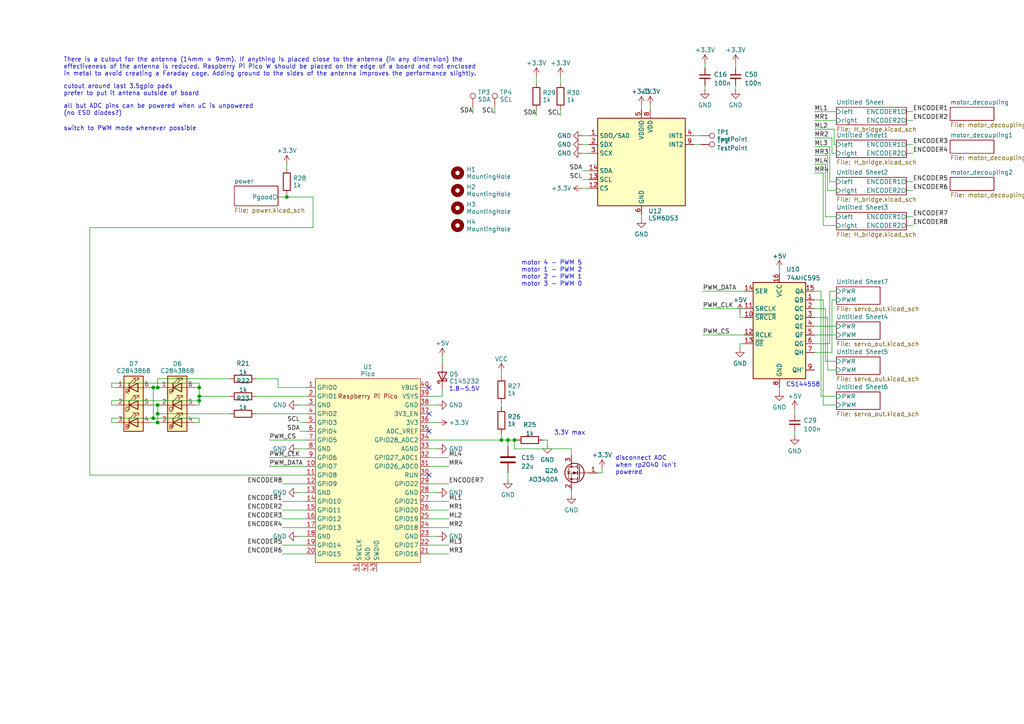
<source format=kicad_sch>
(kicad_sch (version 20230121) (generator eeschema)
  (paper "A4")
  (lib_symbols
    (symbol "74xx:74AHC595"
      (property "Reference" "U" (at -7.62 13.97 0))
      (property "Value" "74AHC595" (at -7.62 -16.51 0))
      (symbol "74AHC595_1_0"
        (pin tri_state line (at 10.16 7.62 180) (length 2.54) (name "QB") (number "1"))
        (pin input line (at -10.16 2.54 0) (length 2.54) (name "~{SRCLR}") (number "10"))
        (pin input line (at -10.16 5.08 0) (length 2.54) (name "SRCLK") (number "11"))
        (pin input line (at -10.16 -2.54 0) (length 2.54) (name "RCLK") (number "12"))
        (pin input line (at -10.16 -5.08 0) (length 2.54) (name "~{OE}") (number "13"))
        (pin input line (at -10.16 10.16 0) (length 2.54) (name "SER") (number "14"))
        (pin tri_state line (at 10.16 10.16 180) (length 2.54) (name "QA") (number "15"))
        (pin power_in line (at 0 15.24 270) (length 2.54) (name "VCC") (number "16"))
        (pin tri_state line (at 10.16 5.08 180) (length 2.54) (name "QC") (number "2"))
        (pin tri_state line (at 10.16 2.54 180) (length 2.54) (name "QD") (number "3"))
        (pin tri_state line (at 10.16 0 180) (length 2.54) (name "QE") (number "4"))
        (pin tri_state line (at 10.16 -2.54 180) (length 2.54) (name "QF") (number "5"))
        (pin tri_state line (at 10.16 -5.08 180) (length 2.54) (name "QG") (number "6"))
        (pin tri_state line (at 10.16 -7.62 180) (length 2.54) (name "QH") (number "7"))
        (pin power_in line (at 0 -17.78 90) (length 2.54) (name "GND") (number "8"))
        (pin output line (at 10.16 -12.7 180) (length 2.54) (name "QH'") (number "9"))
      )
      (symbol "74AHC595_1_1"
        (rectangle (start -7.62 12.7) (end 7.62 -15.24) (stroke (width 0.254)) (fill (type background)))
      )
    )
    (symbol "Connector:TestPoint" (pin_numbers hide) (pin_names (offset 0.762) hide)
      (property "Reference" "TP" (at 0 6.858 0))
      (property "Value" "TestPoint" (at 0 5.08 0))
      (symbol "TestPoint_0_1"
        (circle (center 0 3.302) (radius 0.762))
      )
      (symbol "TestPoint_1_1"
        (pin passive line (at 0 0 90) (length 2.54) (name "1") (number "1"))
      )
    )
    (symbol "Device:C" (pin_numbers hide) (pin_names (offset 0.254))
      (property "Reference" "C" (at 0.635 2.54 0))
      (property "Value" "C" (at 0.635 -2.54 0))
      (symbol "C_0_1"
        (polyline (pts (xy -2.032 -0.762) (xy 2.032 -0.762)) (stroke (width 0.508)))
        (polyline (pts (xy -2.032 0.762) (xy 2.032 0.762)) (stroke (width 0.508)))
      )
      (symbol "C_1_1"
        (pin passive line (at 0 3.81 270) (length 2.794) (name "~") (number "1"))
        (pin passive line (at 0 -3.81 90) (length 2.794) (name "~") (number "2"))
      )
    )
    (symbol "Device:C_Small" (pin_numbers hide) (pin_names (offset 0.254) hide)
      (property "Reference" "C" (at 0.254 1.778 0))
      (property "Value" "C_Small" (at 0.254 -2.032 0))
      (symbol "C_Small_0_1"
        (polyline (pts (xy -1.524 -0.508) (xy 1.524 -0.508)) (stroke (width 0.3302)))
        (polyline (pts (xy -1.524 0.508) (xy 1.524 0.508)) (stroke (width 0.3048)))
      )
      (symbol "C_Small_1_1"
        (pin passive line (at 0 2.54 270) (length 2.032) (name "~") (number "1"))
        (pin passive line (at 0 -2.54 90) (length 2.032) (name "~") (number "2"))
      )
    )
    (symbol "Device:D_Schottky" (pin_numbers hide) (pin_names (offset 1.016) hide)
      (property "Reference" "D" (at 0 2.54 0))
      (property "Value" "D_Schottky" (at 0 -2.54 0))
      (symbol "D_Schottky_0_1"
        (polyline (pts (xy 1.27 0) (xy -1.27 0)))
        (polyline (pts (xy 1.27 1.27) (xy 1.27 -1.27) (xy -1.27 0) (xy 1.27 1.27)) (stroke (width 0.254)))
        (polyline (pts (xy -1.905 0.635) (xy -1.905 1.27) (xy -1.27 1.27) (xy -1.27 -1.27) (xy -0.635 -1.27) (xy -0.635 -0.635)) (stroke (width 0.254)))
      )
      (symbol "D_Schottky_1_1"
        (pin passive line (at -3.81 0 0) (length 2.54) (name "K") (number "1"))
        (pin passive line (at 3.81 0 180) (length 2.54) (name "A") (number "2"))
      )
    )
    (symbol "Device:LED_RGB" (pin_names (offset 0) hide)
      (property "Reference" "D" (at 0 9.398 0))
      (property "Value" "LED_RGB" (at 0 -8.89 0))
      (symbol "LED_RGB_0_0"
        (text "B" (at -1.905 -6.35 0) (effects (font (size 1.27 1.27))))
        (text "G" (at -1.905 -1.27 0) (effects (font (size 1.27 1.27))))
        (text "R" (at -1.905 3.81 0) (effects (font (size 1.27 1.27))))
      )
      (symbol "LED_RGB_0_1"
        (polyline (pts (xy -1.27 -5.08) (xy -2.54 -5.08)))
        (polyline (pts (xy -1.27 -5.08) (xy 1.27 -5.08)))
        (polyline (pts (xy -1.27 -3.81) (xy -1.27 -6.35)) (stroke (width 0.254)))
        (polyline (pts (xy -1.27 0) (xy -2.54 0)))
        (polyline (pts (xy -1.27 1.27) (xy -1.27 -1.27)) (stroke (width 0.254)))
        (polyline (pts (xy -1.27 5.08) (xy -2.54 5.08)))
        (polyline (pts (xy -1.27 5.08) (xy 1.27 5.08)))
        (polyline (pts (xy -1.27 6.35) (xy -1.27 3.81)) (stroke (width 0.254)))
        (polyline (pts (xy 1.27 -5.08) (xy 2.54 -5.08)))
        (polyline (pts (xy 1.27 0) (xy -1.27 0)))
        (polyline (pts (xy 1.27 0) (xy 2.54 0)))
        (polyline (pts (xy 1.27 5.08) (xy 2.54 5.08)))
        (polyline (pts (xy -1.27 1.27) (xy -1.27 -1.27) (xy -1.27 -1.27)))
        (polyline (pts (xy -1.27 6.35) (xy -1.27 3.81) (xy -1.27 3.81)))
        (polyline (pts (xy 1.27 -3.81) (xy 1.27 -6.35) (xy -1.27 -5.08) (xy 1.27 -3.81)) (stroke (width 0.254)))
        (polyline (pts (xy 1.27 1.27) (xy 1.27 -1.27) (xy -1.27 0) (xy 1.27 1.27)) (stroke (width 0.254)))
        (polyline (pts (xy 1.27 6.35) (xy 1.27 3.81) (xy -1.27 5.08) (xy 1.27 6.35)) (stroke (width 0.254)))
        (polyline (pts (xy -1.016 -3.81) (xy 0.508 -2.286) (xy -0.254 -2.286) (xy 0.508 -2.286) (xy 0.508 -3.048)))
        (polyline (pts (xy -1.016 1.27) (xy 0.508 2.794) (xy -0.254 2.794) (xy 0.508 2.794) (xy 0.508 2.032)))
        (polyline (pts (xy -1.016 6.35) (xy 0.508 7.874) (xy -0.254 7.874) (xy 0.508 7.874) (xy 0.508 7.112)))
        (polyline (pts (xy 0 -3.81) (xy 1.524 -2.286) (xy 0.762 -2.286) (xy 1.524 -2.286) (xy 1.524 -3.048)))
        (polyline (pts (xy 0 1.27) (xy 1.524 2.794) (xy 0.762 2.794) (xy 1.524 2.794) (xy 1.524 2.032)))
        (polyline (pts (xy 0 6.35) (xy 1.524 7.874) (xy 0.762 7.874) (xy 1.524 7.874) (xy 1.524 7.112)))
        (rectangle (start 1.27 -1.27) (end 1.27 1.27))
        (rectangle (start 1.27 1.27) (end 1.27 1.27))
        (rectangle (start 1.27 3.81) (end 1.27 6.35))
        (rectangle (start 1.27 6.35) (end 1.27 6.35))
        (rectangle (start 2.794 8.382) (end -2.794 -7.62) (stroke (width 0.254)) (fill (type background)))
      )
      (symbol "LED_RGB_1_1"
        (pin passive line (at -5.08 5.08 0) (length 2.54) (name "RK") (number "1"))
        (pin passive line (at -5.08 0 0) (length 2.54) (name "GK") (number "2"))
        (pin passive line (at -5.08 -5.08 0) (length 2.54) (name "BK") (number "3"))
        (pin passive line (at 5.08 -5.08 180) (length 2.54) (name "BA") (number "4"))
        (pin passive line (at 5.08 0 180) (length 2.54) (name "GA") (number "5"))
        (pin passive line (at 5.08 5.08 180) (length 2.54) (name "RA") (number "6"))
      )
    )
    (symbol "Device:R" (pin_numbers hide) (pin_names (offset 0))
      (property "Reference" "R" (at 2.032 0 90))
      (property "Value" "R" (at 0 0 90))
      (symbol "R_0_1"
        (rectangle (start -1.016 -2.54) (end 1.016 2.54) (stroke (width 0.254)))
      )
      (symbol "R_1_1"
        (pin passive line (at 0 3.81 270) (length 1.27) (name "~") (number "1"))
        (pin passive line (at 0 -3.81 90) (length 1.27) (name "~") (number "2"))
      )
    )
    (symbol "MCU_RaspberryPi_and_Boards:Pico"
      (property "Reference" "U" (at -13.97 27.94 0))
      (property "Value" "Pico" (at 0 19.05 0))
      (symbol "Pico_0_0"
        (text "Raspberry Pi Pico" (at 0 21.59 0) (effects (font (size 1.27 1.27))))
      )
      (symbol "Pico_0_1"
        (rectangle (start -15.24 26.67) (end 15.24 -26.67) (fill (type background)))
      )
      (symbol "Pico_1_1"
        (pin bidirectional line (at -17.78 24.13 0) (length 2.54) (name "GPIO0") (number "1"))
        (pin bidirectional line (at -17.78 1.27 0) (length 2.54) (name "GPIO7") (number "10"))
        (pin bidirectional line (at -17.78 -1.27 0) (length 2.54) (name "GPIO8") (number "11"))
        (pin bidirectional line (at -17.78 -3.81 0) (length 2.54) (name "GPIO9") (number "12"))
        (pin power_in line (at -17.78 -6.35 0) (length 2.54) (name "GND") (number "13"))
        (pin bidirectional line (at -17.78 -8.89 0) (length 2.54) (name "GPIO10") (number "14"))
        (pin bidirectional line (at -17.78 -11.43 0) (length 2.54) (name "GPIO11") (number "15"))
        (pin bidirectional line (at -17.78 -13.97 0) (length 2.54) (name "GPIO12") (number "16"))
        (pin bidirectional line (at -17.78 -16.51 0) (length 2.54) (name "GPIO13") (number "17"))
        (pin power_in line (at -17.78 -19.05 0) (length 2.54) (name "GND") (number "18"))
        (pin bidirectional line (at -17.78 -21.59 0) (length 2.54) (name "GPIO14") (number "19"))
        (pin bidirectional line (at -17.78 21.59 0) (length 2.54) (name "GPIO1") (number "2"))
        (pin bidirectional line (at -17.78 -24.13 0) (length 2.54) (name "GPIO15") (number "20"))
        (pin bidirectional line (at 17.78 -24.13 180) (length 2.54) (name "GPIO16") (number "21"))
        (pin bidirectional line (at 17.78 -21.59 180) (length 2.54) (name "GPIO17") (number "22"))
        (pin power_in line (at 17.78 -19.05 180) (length 2.54) (name "GND") (number "23"))
        (pin bidirectional line (at 17.78 -16.51 180) (length 2.54) (name "GPIO18") (number "24"))
        (pin bidirectional line (at 17.78 -13.97 180) (length 2.54) (name "GPIO19") (number "25"))
        (pin bidirectional line (at 17.78 -11.43 180) (length 2.54) (name "GPIO20") (number "26"))
        (pin bidirectional line (at 17.78 -8.89 180) (length 2.54) (name "GPIO21") (number "27"))
        (pin power_in line (at 17.78 -6.35 180) (length 2.54) (name "GND") (number "28"))
        (pin bidirectional line (at 17.78 -3.81 180) (length 2.54) (name "GPIO22") (number "29"))
        (pin power_in line (at -17.78 19.05 0) (length 2.54) (name "GND") (number "3"))
        (pin input line (at 17.78 -1.27 180) (length 2.54) (name "RUN") (number "30"))
        (pin bidirectional line (at 17.78 1.27 180) (length 2.54) (name "GPIO26_ADC0") (number "31"))
        (pin bidirectional line (at 17.78 3.81 180) (length 2.54) (name "GPIO27_ADC1") (number "32"))
        (pin power_in line (at 17.78 6.35 180) (length 2.54) (name "AGND") (number "33"))
        (pin bidirectional line (at 17.78 8.89 180) (length 2.54) (name "GPIO28_ADC2") (number "34"))
        (pin power_in line (at 17.78 11.43 180) (length 2.54) (name "ADC_VREF") (number "35"))
        (pin power_in line (at 17.78 13.97 180) (length 2.54) (name "3V3") (number "36"))
        (pin input line (at 17.78 16.51 180) (length 2.54) (name "3V3_EN") (number "37"))
        (pin bidirectional line (at 17.78 19.05 180) (length 2.54) (name "GND") (number "38"))
        (pin power_in line (at 17.78 21.59 180) (length 2.54) (name "VSYS") (number "39"))
        (pin bidirectional line (at -17.78 16.51 0) (length 2.54) (name "GPIO2") (number "4"))
        (pin power_in line (at 17.78 24.13 180) (length 2.54) (name "VBUS") (number "40"))
        (pin input line (at -2.54 -29.21 90) (length 2.54) (name "SWCLK") (number "41"))
        (pin power_in line (at 0 -29.21 90) (length 2.54) (name "GND") (number "42"))
        (pin bidirectional line (at 2.54 -29.21 90) (length 2.54) (name "SWDIO") (number "43"))
        (pin bidirectional line (at -17.78 13.97 0) (length 2.54) (name "GPIO3") (number "5"))
        (pin bidirectional line (at -17.78 11.43 0) (length 2.54) (name "GPIO4") (number "6"))
        (pin bidirectional line (at -17.78 8.89 0) (length 2.54) (name "GPIO5") (number "7"))
        (pin power_in line (at -17.78 6.35 0) (length 2.54) (name "GND") (number "8"))
        (pin bidirectional line (at -17.78 3.81 0) (length 2.54) (name "GPIO6") (number "9"))
      )
    )
    (symbol "Mechanical:MountingHole" (pin_names (offset 1.016))
      (property "Reference" "H" (at 0 5.08 0))
      (property "Value" "MountingHole" (at 0 3.175 0))
      (symbol "MountingHole_0_1"
        (circle (center 0 0) (radius 1.27) (stroke (width 1.27)))
      )
    )
    (symbol "Sensor_Motion:LSM6DS3"
      (property "Reference" "U" (at -11.43 15.24 0))
      (property "Value" "LSM6DS3" (at -11.43 12.7 0))
      (symbol "LSM6DS3_0_1"
        (rectangle (start -12.7 12.7) (end 12.7 -12.7) (stroke (width 0.254)) (fill (type background)))
      )
      (symbol "LSM6DS3_1_1"
        (pin bidirectional line (at -15.24 7.62 0) (length 2.54) (name "SDO/SA0") (number "1"))
        (pin no_connect line (at 12.7 -5.08 180) (length 3.81) hide (name "NC") (number "10"))
        (pin no_connect line (at 12.7 -2.54 180) (length 3.81) hide (name "NC") (number "11"))
        (pin input line (at -15.24 -7.62 0) (length 2.54) (name "CS") (number "12"))
        (pin input line (at -15.24 -5.08 0) (length 2.54) (name "SCL") (number "13"))
        (pin bidirectional line (at -15.24 -2.54 0) (length 2.54) (name "SDA") (number "14"))
        (pin bidirectional line (at -15.24 5.08 0) (length 2.54) (name "SDX") (number "2"))
        (pin input line (at -15.24 2.54 0) (length 2.54) (name "SCX") (number "3"))
        (pin output line (at 15.24 7.62 180) (length 2.54) (name "INT1") (number "4"))
        (pin power_in line (at 0 15.24 270) (length 2.54) (name "VDDIO") (number "5"))
        (pin power_in line (at 0 -15.24 90) (length 2.54) (name "GND") (number "6"))
        (pin passive line (at 0 -15.24 90) (length 2.54) hide (name "GND") (number "7"))
        (pin power_in line (at 2.54 15.24 270) (length 2.54) (name "VDD") (number "8"))
        (pin output line (at 15.24 5.08 180) (length 2.54) (name "INT2") (number "9"))
      )
    )
    (symbol "Transistor_FET:AO3400A" (pin_names hide)
      (property "Reference" "Q" (at 5.08 1.905 0))
      (property "Value" "AO3400A" (at 5.08 0 0))
      (symbol "AO3400A_0_1"
        (polyline (pts (xy 0.254 0) (xy -2.54 0)))
        (polyline (pts (xy 0.254 1.905) (xy 0.254 -1.905)) (stroke (width 0.254)))
        (polyline (pts (xy 0.762 -1.27) (xy 0.762 -2.286)) (stroke (width 0.254)))
        (polyline (pts (xy 0.762 0.508) (xy 0.762 -0.508)) (stroke (width 0.254)))
        (polyline (pts (xy 0.762 2.286) (xy 0.762 1.27)) (stroke (width 0.254)))
        (polyline (pts (xy 2.54 2.54) (xy 2.54 1.778)))
        (polyline (pts (xy 2.54 -2.54) (xy 2.54 0) (xy 0.762 0)))
        (polyline (pts (xy 0.762 -1.778) (xy 3.302 -1.778) (xy 3.302 1.778) (xy 0.762 1.778)))
        (polyline (pts (xy 1.016 0) (xy 2.032 0.381) (xy 2.032 -0.381) (xy 1.016 0)) (fill (type outline)))
        (polyline (pts (xy 2.794 0.508) (xy 2.921 0.381) (xy 3.683 0.381) (xy 3.81 0.254)))
        (polyline (pts (xy 3.302 0.381) (xy 2.921 -0.254) (xy 3.683 -0.254) (xy 3.302 0.381)))
        (circle (center 1.651 0) (radius 2.794) (stroke (width 0.254)))
        (circle (center 2.54 -1.778) (radius 0.254) (fill (type outline)))
        (circle (center 2.54 1.778) (radius 0.254) (fill (type outline)))
      )
      (symbol "AO3400A_1_1"
        (pin input line (at -5.08 0 0) (length 2.54) (name "G") (number "1"))
        (pin passive line (at 2.54 -5.08 90) (length 2.54) (name "S") (number "2"))
        (pin passive line (at 2.54 5.08 270) (length 2.54) (name "D") (number "3"))
      )
    )
    (symbol "power:+3.3V" (power) (pin_names (offset 0))
      (property "Value" "+3.3V" (at 0 3.556 0))
      (symbol "+3.3V_0_1"
        (polyline (pts (xy -0.762 1.27) (xy 0 2.54)))
        (polyline (pts (xy 0 0) (xy 0 2.54)))
        (polyline (pts (xy 0 2.54) (xy 0.762 1.27)))
      )
      (symbol "+3.3V_1_1"
        (pin power_in line (at 0 0 90) (length 0) hide (name "+3.3V") (number "1"))
      )
    )
    (symbol "power:+5V" (power) (pin_names (offset 0))
      (property "Value" "+5V" (at 0 3.556 0))
      (symbol "+5V_0_1"
        (polyline (pts (xy -0.762 1.27) (xy 0 2.54)))
        (polyline (pts (xy 0 0) (xy 0 2.54)))
        (polyline (pts (xy 0 2.54) (xy 0.762 1.27)))
      )
      (symbol "+5V_1_1"
        (pin power_in line (at 0 0 90) (length 0) hide (name "+5V") (number "1"))
      )
    )
    (symbol "power:GND" (power) (pin_names (offset 0))
      (property "Value" "GND" (at 0 -3.81 0))
      (symbol "GND_0_1"
        (polyline (pts (xy 0 0) (xy 0 -1.27) (xy 1.27 -1.27) (xy 0 -2.54) (xy -1.27 -1.27) (xy 0 -1.27)))
      )
      (symbol "GND_1_1"
        (pin power_in line (at 0 0 270) (length 0) hide (name "GND") (number "1"))
      )
    )
    (symbol "power:VCC" (power) (pin_names (offset 0))
      (property "Value" "VCC" (at 0 3.81 0))
      (symbol "VCC_0_1"
        (polyline (pts (xy -0.762 1.27) (xy 0 2.54)))
        (polyline (pts (xy 0 0) (xy 0 2.54)))
        (polyline (pts (xy 0 2.54) (xy 0.762 1.27)))
      )
      (symbol "VCC_1_1"
        (pin power_in line (at 0 0 90) (length 0) hide (name "VCC") (number "1"))
      )
    )
  )
  (junction (at 44.45 121.285))
  (junction (at 45.72 117.475))
  (junction (at 57.785 114.935))
  (junction (at 45.72 112.395))
  (junction (at 83.185 57.15))
  (junction (at 45.72 122.555))
  (junction (at 57.785 116.205))
  (junction (at 44.45 112.395))
  (junction (at 147.32 127.635))
  (junction (at 45.72 120.015))
  (junction (at 149.225 127.635))
  (junction (at 57.785 112.395))
  (junction (at 145.415 127.635))
  (no_connect (at 124.46 112.395))
  (no_connect (at 124.46 137.795))
  (no_connect (at 124.46 125.095))
  (no_connect (at 124.46 120.015))
  (wire (pts (xy 74.295 114.935) (xy 88.9 114.935)))
  (wire (pts (xy 236.22 50.165) (xy 238.76 50.165)))
  (wire (pts (xy 26.035 137.795) (xy 26.035 66.04)))
  (wire (pts (xy 57.785 111.125) (xy 57.785 112.395)))
  (wire (pts (xy 90.805 66.04) (xy 90.805 57.15)))
  (wire (pts (xy 66.675 109.855) (xy 45.72 109.855)))
  (wire (pts (xy 236.22 84.455) (xy 238.125 84.455)))
  (wire (pts (xy 56.515 117.475) (xy 57.785 117.475)))
  (wire (pts (xy 130.175 147.955) (xy 124.46 147.955)))
  (wire (pts (xy 130.175 145.415) (xy 124.46 145.415)))
  (wire (pts (xy 174.625 137.16) (xy 173.355 137.16)))
  (wire (pts (xy 45.72 120.015) (xy 66.675 120.015)))
  (wire (pts (xy 241.3 86.995) (xy 241.3 102.235)))
  (wire (pts (xy 81.915 158.115) (xy 88.9 158.115)))
  (wire (pts (xy 238.125 84.455) (xy 238.125 114.935)))
  (wire (pts (xy 168.91 49.53) (xy 170.815 49.53)))
  (wire (pts (xy 43.815 122.555) (xy 45.72 122.555)))
  (wire (pts (xy 236.22 99.695) (xy 240.665 99.695)))
  (wire (pts (xy 262.89 34.925) (xy 264.795 34.925)))
  (wire (pts (xy 226.06 112.395) (xy 226.06 113.665)))
  (wire (pts (xy 165.735 130.175) (xy 149.225 130.175)))
  (wire (pts (xy 213.36 24.765) (xy 213.36 26.035)))
  (wire (pts (xy 240.03 45.085) (xy 240.03 55.245)))
  (wire (pts (xy 83.185 47.625) (xy 83.185 48.895)))
  (wire (pts (xy 124.46 158.115) (xy 130.175 158.115)))
  (wire (pts (xy 32.385 116.205) (xy 32.385 117.475)))
  (wire (pts (xy 186.055 30.48) (xy 186.055 31.75)))
  (wire (pts (xy 86.995 122.555) (xy 88.9 122.555)))
  (wire (pts (xy 81.915 140.335) (xy 88.9 140.335)))
  (wire (pts (xy 45.72 112.395) (xy 46.355 112.395)))
  (wire (pts (xy 33.655 112.395) (xy 32.385 112.395)))
  (wire (pts (xy 90.805 57.15) (xy 83.185 57.15)))
  (wire (pts (xy 174.625 135.89) (xy 174.625 137.16)))
  (wire (pts (xy 147.32 137.16) (xy 147.32 139.065)))
  (wire (pts (xy 124.46 160.655) (xy 130.175 160.655)))
  (wire (pts (xy 242.57 117.475) (xy 238.76 117.475)))
  (wire (pts (xy 214.63 92.075) (xy 215.9 92.075)))
  (wire (pts (xy 57.785 114.935) (xy 57.785 116.205)))
  (wire (pts (xy 145.415 116.84) (xy 145.415 118.11)))
  (wire (pts (xy 45.72 117.475) (xy 46.355 117.475)))
  (wire (pts (xy 124.46 127.635) (xy 145.415 127.635)))
  (wire (pts (xy 81.915 147.955) (xy 88.9 147.955)))
  (wire (pts (xy 43.815 112.395) (xy 44.45 112.395)))
  (wire (pts (xy 86.995 125.095) (xy 88.9 125.095)))
  (wire (pts (xy 236.22 94.615) (xy 242.57 94.615)))
  (wire (pts (xy 32.385 117.475) (xy 33.655 117.475)))
  (wire (pts (xy 241.3 44.45) (xy 242.57 44.45)))
  (wire (pts (xy 186.055 62.23) (xy 186.055 63.5)))
  (wire (pts (xy 57.785 114.935) (xy 66.675 114.935)))
  (wire (pts (xy 57.785 117.475) (xy 57.785 116.205)))
  (wire (pts (xy 236.22 32.385) (xy 242.57 32.385)))
  (wire (pts (xy 214.63 99.695) (xy 215.9 99.695)))
  (wire (pts (xy 124.46 114.935) (xy 128.27 114.935)))
  (wire (pts (xy 124.46 122.555) (xy 127 122.555)))
  (wire (pts (xy 262.89 52.705) (xy 264.795 52.705)))
  (wire (pts (xy 45.72 122.555) (xy 46.355 122.555)))
  (wire (pts (xy 213.36 18.415) (xy 213.36 19.685)))
  (wire (pts (xy 262.89 41.91) (xy 264.795 41.91)))
  (wire (pts (xy 124.46 130.175) (xy 127 130.175)))
  (wire (pts (xy 45.72 117.475) (xy 45.72 120.015)))
  (wire (pts (xy 226.06 78.105) (xy 226.06 79.375)))
  (wire (pts (xy 124.46 155.575) (xy 127 155.575)))
  (wire (pts (xy 230.505 125.095) (xy 230.505 126.365)))
  (wire (pts (xy 236.22 47.625) (xy 239.395 47.625)))
  (wire (pts (xy 158.75 128.905) (xy 158.75 127.635)))
  (wire (pts (xy 239.395 89.535) (xy 236.22 89.535)))
  (wire (pts (xy 32.385 112.395) (xy 32.385 111.125)))
  (wire (pts (xy 80.645 57.15) (xy 83.185 57.15)))
  (wire (pts (xy 238.125 114.935) (xy 242.57 114.935)))
  (wire (pts (xy 236.22 42.545) (xy 240.665 42.545)))
  (wire (pts (xy 88.9 137.795) (xy 26.035 137.795)))
  (wire (pts (xy 168.91 41.91) (xy 170.815 41.91)))
  (wire (pts (xy 238.76 86.995) (xy 236.22 86.995)))
  (wire (pts (xy 45.72 120.015) (xy 45.72 122.555)))
  (wire (pts (xy 130.175 132.715) (xy 124.46 132.715)))
  (wire (pts (xy 162.56 22.225) (xy 162.56 24.13)))
  (wire (pts (xy 86.36 130.175) (xy 88.9 130.175)))
  (wire (pts (xy 201.295 39.37) (xy 203.2 39.37)))
  (wire (pts (xy 239.395 47.625) (xy 239.395 62.865)))
  (wire (pts (xy 242.57 86.995) (xy 241.3 86.995)))
  (wire (pts (xy 240.03 55.245) (xy 242.57 55.245)))
  (wire (pts (xy 240.665 84.455) (xy 242.57 84.455)))
  (wire (pts (xy 81.915 150.495) (xy 88.9 150.495)))
  (wire (pts (xy 240.665 52.705) (xy 242.57 52.705)))
  (wire (pts (xy 241.935 37.465) (xy 241.935 41.91)))
  (wire (pts (xy 238.76 50.165) (xy 238.76 65.405)))
  (wire (pts (xy 57.785 116.205) (xy 32.385 116.205)))
  (wire (pts (xy 240.03 107.315) (xy 240.03 92.075)))
  (wire (pts (xy 145.415 107.95) (xy 145.415 109.22)))
  (wire (pts (xy 147.32 127.635) (xy 147.32 129.54)))
  (wire (pts (xy 130.175 135.255) (xy 124.46 135.255)))
  (wire (pts (xy 44.45 112.395) (xy 44.45 121.285)))
  (wire (pts (xy 32.385 122.555) (xy 32.385 121.285)))
  (wire (pts (xy 262.89 32.385) (xy 264.795 32.385)))
  (wire (pts (xy 143.51 31.115) (xy 143.51 33.02)))
  (wire (pts (xy 230.505 118.745) (xy 230.505 120.015)))
  (wire (pts (xy 81.915 153.035) (xy 88.9 153.035)))
  (wire (pts (xy 214.63 90.805) (xy 214.63 92.075)))
  (wire (pts (xy 32.385 111.125) (xy 57.785 111.125)))
  (wire (pts (xy 240.665 99.695) (xy 240.665 84.455)))
  (wire (pts (xy 26.035 66.04) (xy 90.805 66.04)))
  (wire (pts (xy 78.105 135.255) (xy 88.9 135.255)))
  (wire (pts (xy 80.645 112.395) (xy 80.645 109.855)))
  (wire (pts (xy 236.22 37.465) (xy 241.935 37.465)))
  (wire (pts (xy 214.63 100.965) (xy 214.63 99.695)))
  (wire (pts (xy 145.415 127.635) (xy 147.32 127.635)))
  (wire (pts (xy 203.835 89.535) (xy 215.9 89.535)))
  (wire (pts (xy 238.76 117.475) (xy 238.76 86.995)))
  (wire (pts (xy 262.89 65.405) (xy 264.795 65.405)))
  (wire (pts (xy 57.785 122.555) (xy 56.515 122.555)))
  (wire (pts (xy 165.735 132.08) (xy 165.735 130.175)))
  (wire (pts (xy 204.47 18.415) (xy 204.47 19.685)))
  (wire (pts (xy 262.89 55.245) (xy 264.795 55.245)))
  (wire (pts (xy 203.835 97.155) (xy 215.9 97.155)))
  (wire (pts (xy 162.56 31.75) (xy 162.56 33.655)))
  (wire (pts (xy 239.395 104.775) (xy 239.395 89.535)))
  (wire (pts (xy 81.915 160.655) (xy 88.9 160.655)))
  (wire (pts (xy 165.735 142.24) (xy 165.735 143.51)))
  (wire (pts (xy 74.295 120.015) (xy 88.9 120.015)))
  (wire (pts (xy 236.22 40.005) (xy 241.3 40.005)))
  (wire (pts (xy 203.835 84.455) (xy 215.9 84.455)))
  (wire (pts (xy 86.36 155.575) (xy 88.9 155.575)))
  (wire (pts (xy 80.645 112.395) (xy 88.9 112.395)))
  (wire (pts (xy 124.46 117.475) (xy 127 117.475)))
  (wire (pts (xy 236.22 34.925) (xy 242.57 34.925)))
  (wire (pts (xy 147.32 127.635) (xy 149.225 127.635)))
  (wire (pts (xy 81.915 145.415) (xy 88.9 145.415)))
  (wire (pts (xy 86.36 142.875) (xy 88.9 142.875)))
  (wire (pts (xy 241.3 40.005) (xy 241.3 44.45)))
  (wire (pts (xy 57.785 112.395) (xy 56.515 112.395)))
  (wire (pts (xy 149.225 127.635) (xy 149.86 127.635)))
  (wire (pts (xy 241.3 102.235) (xy 236.22 102.235)))
  (wire (pts (xy 128.27 103.505) (xy 128.27 105.41)))
  (wire (pts (xy 236.22 45.085) (xy 240.03 45.085)))
  (wire (pts (xy 204.47 24.765) (xy 204.47 26.035)))
  (wire (pts (xy 44.45 121.285) (xy 57.785 121.285)))
  (wire (pts (xy 57.785 112.395) (xy 57.785 114.935)))
  (wire (pts (xy 188.595 30.48) (xy 188.595 31.75)))
  (wire (pts (xy 137.16 31.115) (xy 137.16 33.02)))
  (wire (pts (xy 145.415 125.73) (xy 145.415 127.635)))
  (wire (pts (xy 43.815 117.475) (xy 45.72 117.475)))
  (wire (pts (xy 128.27 113.03) (xy 128.27 114.935)))
  (wire (pts (xy 78.105 132.715) (xy 88.9 132.715)))
  (wire (pts (xy 242.57 104.775) (xy 239.395 104.775)))
  (wire (pts (xy 168.91 44.45) (xy 170.815 44.45)))
  (wire (pts (xy 158.75 127.635) (xy 157.48 127.635)))
  (wire (pts (xy 201.295 41.91) (xy 203.2 41.91)))
  (wire (pts (xy 124.46 142.875) (xy 127 142.875)))
  (wire (pts (xy 124.46 153.035) (xy 130.175 153.035)))
  (wire (pts (xy 241.935 41.91) (xy 242.57 41.91)))
  (wire (pts (xy 240.665 42.545) (xy 240.665 52.705)))
  (wire (pts (xy 236.22 97.155) (xy 242.57 97.155)))
  (wire (pts (xy 44.45 112.395) (xy 45.72 112.395)))
  (wire (pts (xy 32.385 121.285) (xy 44.45 121.285)))
  (wire (pts (xy 86.36 117.475) (xy 88.9 117.475)))
  (wire (pts (xy 45.72 109.855) (xy 45.72 112.395)))
  (wire (pts (xy 262.89 44.45) (xy 264.795 44.45)))
  (wire (pts (xy 168.91 54.61) (xy 170.815 54.61)))
  (wire (pts (xy 168.91 52.07) (xy 170.815 52.07)))
  (wire (pts (xy 33.655 122.555) (xy 32.385 122.555)))
  (wire (pts (xy 239.395 62.865) (xy 242.57 62.865)))
  (wire (pts (xy 149.225 130.175) (xy 149.225 127.635)))
  (wire (pts (xy 238.76 65.405) (xy 242.57 65.405)))
  (wire (pts (xy 74.295 109.855) (xy 80.645 109.855)))
  (wire (pts (xy 124.46 150.495) (xy 130.175 150.495)))
  (wire (pts (xy 83.185 57.15) (xy 83.185 56.515)))
  (wire (pts (xy 57.785 121.285) (xy 57.785 122.555)))
  (wire (pts (xy 155.575 22.225) (xy 155.575 24.13)))
  (wire (pts (xy 242.57 107.315) (xy 240.03 107.315)))
  (wire (pts (xy 124.46 140.335) (xy 130.175 140.335)))
  (wire (pts (xy 155.575 31.75) (xy 155.575 33.655)))
  (wire (pts (xy 262.89 62.865) (xy 264.795 62.865)))
  (wire (pts (xy 240.03 92.075) (xy 236.22 92.075)))
  (wire (pts (xy 168.91 39.37) (xy 170.815 39.37)))
  (wire (pts (xy 78.105 127.635) (xy 88.9 127.635)))
  (text "disconnect ADC\nwhen rp2040 isn't\npowered" (at 178.435 137.795 0) (effects (font (size 1.27 1.27)) (justify left bottom)))
  (text "1.8-5.5V" (at 130.175 113.665 0) (effects (font (size 1.27 1.27)) (justify left bottom)))
  (text "all but ADC pins can be powered when uC is unpowered\n(no ESD diodes?)" (at 18.415 33.655 0) (effects (font (size 1.27 1.27)) (justify left bottom)))
  (text "3.3V max" (at 160.655 126.365 0) (effects (font (size 1.27 1.27)) (justify left bottom)))
  (text "There is a cutout for the antenna (14mm × 9mm). If anything is placed close to the antenna (in any dimension) the\neffectiveness of the antenna is reduced. Raspberry Pi Pico W should be placed on the edge of a board and not enclosed\nin metal to avoid creating a Faraday cage. Adding ground to the sides of the antenna improves the performance slightly." (at 18.415 22.225 0) (effects (font (size 1.27 1.27)) (justify left bottom)))
  (text "motor 4 - PWM 5\nmotor 1 - PWM 2\nmotor 2 - PWM 1\nmotor 3 - PWM 0" (at 151.13 83.185 0) (effects (font (size 1.27 1.27)) (justify left bottom)))
  (text "C5144558\n" (at 227.965 112.395 0) (effects (font (size 1.27 1.27)) (justify left bottom)))
  (text "switch to PWM mode whenever possible" (at 18.415 38.1 0) (effects (font (size 1.27 1.27)) (justify left bottom)))
  (text "cutout around last 3.5gpio pads\nprefer to put it antena outside of board" (at 18.415 27.94 0) (effects (font (size 1.27 1.27)) (justify left bottom)))
  (label "MR4" (at 130.175 135.255 0))
  (label "SDA" (at 137.16 33.02 180))
  (label "ENCODER8" (at 81.915 140.335 180))
  (label "PWM_CS" (at 203.835 97.155 0))
  (label "MR3" (at 130.175 160.655 0))
  (label "ENCODER2" (at 81.915 147.955 180))
  (label "ML4" (at 236.22 47.625 0))
  (label "MR2" (at 130.175 153.035 0))
  (label "ENCODER2" (at 264.795 34.925 0))
  (label "ENCODER3" (at 81.915 150.495 180))
  (label "PWM_CLK" (at 203.835 89.535 0))
  (label "ENCODER3" (at 264.795 41.91 0))
  (label "ML3" (at 236.22 42.545 0))
  (label "ENCODER5" (at 264.795 52.705 0))
  (label "MR1" (at 130.175 147.955 0))
  (label "MR2" (at 236.22 40.005 0))
  (label "ML3" (at 130.175 158.115 0))
  (label "ML1" (at 236.22 32.385 0))
  (label "ML1" (at 130.175 145.415 0))
  (label "PWM_CLK" (at 78.105 132.715 0))
  (label "PWM_DATA" (at 203.835 84.455 0))
  (label "ENCODER6" (at 81.915 160.655 180))
  (label "ML4" (at 130.175 132.715 0))
  (label "ENCODER7" (at 264.795 62.865 0))
  (label "ENCODER1" (at 81.915 145.415 180))
  (label "MR3" (at 236.22 45.085 0))
  (label "ENCODER7" (at 130.175 140.335 0))
  (label "ENCODER6" (at 264.795 55.245 0))
  (label "ENCODER5" (at 81.915 158.115 180))
  (label "ML2" (at 236.22 37.465 0))
  (label "SCL" (at 86.995 122.555 180))
  (label "ENCODER8" (at 264.795 65.405 0))
  (label "PWM_CS" (at 78.105 127.635 0))
  (label "MR1" (at 236.22 34.925 0))
  (label "ENCODER4" (at 81.915 153.035 180))
  (label "MR4" (at 236.22 50.165 0))
  (label "SCL" (at 162.56 33.655 180))
  (label "SDA" (at 168.91 49.53 180))
  (label "SDA" (at 155.575 33.655 180))
  (label "ENCODER1" (at 264.795 32.385 0))
  (label "PWM_DATA" (at 78.105 135.255 0))
  (label "SCL" (at 168.91 52.07 180))
  (label "ENCODER4" (at 264.795 44.45 0))
  (label "ML2" (at 130.175 150.495 0))
  (label "SCL" (at 143.51 33.02 180))
  (label "SDA" (at 86.995 125.095 180))
  (symbol (lib_id "Connector:TestPoint") (at 143.51 31.115 0) (unit 1)
    (property "Reference" "TP4" (at 144.907 26.789 0) (effects (justify left)))
    (property "Value" "SCL" (at 144.907 28.837 0) (effects (justify left)))
    (property "Footprint" "TestPoint:TestPoint_Pad_D2.0mm" (effects hide))
  )
  (symbol (lib_id "Device:LED_RGB") (at 51.435 117.475 0) (unit 1)
    (property "Reference" "D6" (at 51.435 105.513 0))
    (property "Value" "C2843868" (at 51.435 107.561 0))
    (property "Footprint" "LED_SMD:LED_RGB_5050-6" (effects hide))
  )
  (symbol (lib_id "Device:R") (at 70.485 120.015 90) (unit 1)
    (property "Reference" "R23" (at 70.485 115.57 90))
    (property "Value" "1k" (at 70.485 118.11 90))
    (property "Footprint" "Resistor_SMD:R_0603_1608Metric_Pad0.98x0.95mm_HandSolder" (effects hide))
  )
  (symbol (lib_id "Device:R") (at 153.67 127.635 270) (mirror x) (unit 1)
    (property "Reference" "R25" (at 153.67 123.19 90))
    (property "Value" "1k" (at 153.67 125.73 90))
    (property "Footprint" "Resistor_SMD:R_0603_1608Metric_Pad0.98x0.95mm_HandSolder" (effects hide))
  )
  (symbol (lib_id "power:GND") (at 230.505 126.365 0) (unit 1)
    (property "Reference" "#PWR096" (effects hide))
    (property "Value" "GND" (at 230.505 130.81 0))
  )
  (symbol (lib_id "Device:C") (at 147.32 133.35 0) (unit 1)
    (property "Reference" "C15" (at 151.13 132.715 0) (effects (justify left)))
    (property "Value" "22u" (at 151.13 135.255 0) (effects (justify left)))
    (property "Footprint" "Capacitor_SMD:C_0805_2012Metric_Pad1.18x1.45mm_HandSolder" (effects hide))
  )
  (symbol (lib_id "power:+5V") (at 226.06 78.105 0) (unit 1)
    (property "Reference" "#PWR036" (effects hide))
    (property "Value" "+5V" (at 226.06 74.295 0))
  )
  (symbol (lib_id "Device:C_Small") (at 213.36 22.225 0) (unit 1)
    (property "Reference" "C50" (at 215.9 21.5963 0) (effects (justify left)))
    (property "Value" "100n" (at 215.9 24.1363 0) (effects (justify left)))
    (property "Footprint" "Capacitor_SMD:C_0603_1608Metric_Pad1.08x0.95mm_HandSolder" (effects hide))
  )
  (symbol (lib_id "Mechanical:MountingHole") (at 132.715 60.325 0) (unit 1)
    (property "Reference" "H3" (at 135.255 59.301 0) (effects (justify left)))
    (property "Value" "MountingHole" (at 135.255 61.349 0) (effects (justify left)))
    (property "Footprint" "MountingHole:MountingHole_3.2mm_M3" (effects hide))
  )
  (symbol (lib_id "Connector:TestPoint") (at 203.2 41.91 270) (unit 1)
    (property "Reference" "TP2" (at 207.899 40.886 90) (effects (justify left)))
    (property "Value" "TestPoint" (at 207.899 42.934 90) (effects (justify left)))
    (property "Footprint" "TestPoint:TestPoint_Pad_D2.0mm" (effects hide))
  )
  (symbol (lib_id "power:+5V") (at 128.27 103.505 0) (unit 1)
    (property "Reference" "#PWR059" (effects hide))
    (property "Value" "+5V" (at 128.27 99.56 0))
  )
  (symbol (lib_id "Device:LED_RGB") (at 38.735 117.475 0) (unit 1)
    (property "Reference" "D7" (at 38.735 105.513 0))
    (property "Value" "C2843868" (at 38.735 107.561 0))
    (property "Footprint" "LED_SMD:LED_RGB_5050-6" (effects hide))
  )
  (symbol (lib_id "Mechanical:MountingHole") (at 132.715 65.405 0) (unit 1)
    (property "Reference" "H4" (at 135.255 64.381 0) (effects (justify left)))
    (property "Value" "MountingHole" (at 135.255 66.429 0) (effects (justify left)))
    (property "Footprint" "MountingHole:MountingHole_3.2mm_M3" (effects hide))
  )
  (symbol (lib_id "power:GND") (at 127 130.175 90) (unit 1)
    (property "Reference" "#PWR0108" (effects hide))
    (property "Value" "GND" (at 130.175 130.175 90) (effects (justify right)))
  )
  (symbol (lib_id "power:GND") (at 86.36 117.475 270) (unit 1)
    (property "Reference" "#PWR0101" (effects hide))
    (property "Value" "GND" (at 83.1851 117.475 90) (effects (justify right)))
  )
  (symbol (lib_id "power:GND") (at 127 142.875 90) (unit 1)
    (property "Reference" "#PWR0106" (effects hide))
    (property "Value" "GND" (at 130.175 142.875 90) (effects (justify right)))
  )
  (symbol (lib_id "power:+3.3V") (at 127 122.555 270) (unit 1)
    (property "Reference" "#PWR065" (effects hide))
    (property "Value" "+3.3V" (at 130.175 122.555 90) (effects (justify left)))
  )
  (symbol (lib_id "power:+3.3V") (at 204.47 18.415 0) (unit 1)
    (property "Reference" "#PWR0147" (effects hide))
    (property "Value" "+3.3V" (at 204.47 14.47 0))
  )
  (symbol (lib_id "power:+5V") (at 230.505 118.745 0) (unit 1)
    (property "Reference" "#PWR095" (effects hide))
    (property "Value" "+5V" (at 230.505 114.935 0))
  )
  (symbol (lib_id "Connector:TestPoint") (at 137.16 31.115 0) (unit 1)
    (property "Reference" "TP3" (at 138.557 26.789 0) (effects (justify left)))
    (property "Value" "SDA" (at 138.557 28.837 0) (effects (justify left)))
    (property "Footprint" "TestPoint:TestPoint_Pad_D2.0mm" (effects hide))
  )
  (symbol (lib_id "Device:R") (at 145.415 113.03 0) (mirror y) (unit 1)
    (property "Reference" "R27" (at 147.193 112.006 0) (effects (justify right)))
    (property "Value" "1k" (at 147.193 114.054 0) (effects (justify right)))
    (property "Footprint" "Resistor_SMD:R_0603_1608Metric_Pad0.98x0.95mm_HandSolder" (effects hide))
  )
  (symbol (lib_id "power:GND") (at 204.47 26.035 0) (unit 1)
    (property "Reference" "#PWR0148" (effects hide))
    (property "Value" "GND" (at 204.47 30.48 0))
  )
  (symbol (lib_id "power:GND") (at 214.63 100.965 0) (unit 1)
    (property "Reference" "#PWR045" (effects hide))
    (property "Value" "GND" (at 214.63 105.41 0))
  )
  (symbol (lib_id "power:+3.3V") (at 174.625 135.89 0) (unit 1)
    (property "Reference" "#PWR0162" (effects hide))
    (property "Value" "+3.3V" (at 174.625 131.945 0))
  )
  (symbol (lib_id "Device:R") (at 145.415 121.92 0) (mirror y) (unit 1)
    (property "Reference" "R26" (at 147.193 120.896 0) (effects (justify right)))
    (property "Value" "1k" (at 147.193 122.944 0) (effects (justify right)))
    (property "Footprint" "Resistor_SMD:R_0603_1608Metric_Pad0.98x0.95mm_HandSolder" (effects hide))
  )
  (symbol (lib_id "power:+3.3V") (at 186.055 30.48 0) (unit 1)
    (property "Reference" "#PWR0149" (effects hide))
    (property "Value" "+3.3V" (at 186.055 26.535 0))
  )
  (symbol (lib_id "power:GND") (at 226.06 113.665 0) (unit 1)
    (property "Reference" "#PWR037" (effects hide))
    (property "Value" "GND" (at 226.06 118.11 0))
  )
  (symbol (lib_id "power:GND") (at 127 117.475 90) (unit 1)
    (property "Reference" "#PWR0107" (effects hide))
    (property "Value" "GND" (at 130.175 117.475 90) (effects (justify right)))
  )
  (symbol (lib_id "Device:R") (at 162.56 27.94 0) (mirror y) (unit 1)
    (property "Reference" "R30" (at 164.338 26.916 0) (effects (justify right)))
    (property "Value" "1k" (at 164.338 28.964 0) (effects (justify right)))
    (property "Footprint" "Resistor_SMD:R_0603_1608Metric_Pad0.98x0.95mm_HandSolder" (effects hide))
  )
  (symbol (lib_id "Transistor_FET:AO3400A") (at 168.275 137.16 0) (mirror y) (unit 1)
    (property "Reference" "Q26" (at 161.925 136.525 0) (effects (justify left)))
    (property "Value" "AO3400A" (at 161.925 139.065 0) (effects (justify left)))
    (property "Footprint" "Package_TO_SOT_SMD:SOT-23" (effects hide))
    (property "Datasheet" "http://www.aosmd.com/pdfs/datasheet/AO3400A.pdf" (effects hide))
  )
  (symbol (lib_id "power:VCC") (at 145.415 107.95 0) (mirror y) (unit 1)
    (property "Reference" "#PWR070" (effects hide))
    (property "Value" "VCC" (at 145.415 104.14 0))
  )
  (symbol (lib_id "power:+3.3V") (at 155.575 22.225 0) (unit 1)
    (property "Reference" "#PWR0159" (effects hide))
    (property "Value" "+3.3V" (at 155.575 18.28 0))
  )
  (symbol (lib_id "power:+3.3V") (at 188.595 30.48 0) (unit 1)
    (property "Reference" "#PWR0150" (effects hide))
    (property "Value" "+3.3V" (at 188.595 26.535 0))
  )
  (symbol (lib_id "power:GND") (at 86.36 142.875 270) (unit 1)
    (property "Reference" "#PWR0103" (effects hide))
    (property "Value" "GND" (at 83.1851 142.875 90) (effects (justify right)))
  )
  (symbol (lib_id "Device:D_Schottky") (at 128.27 109.22 90) (unit 1)
    (property "Reference" "D5" (at 130.302 108.5135 90) (effects (justify right)))
    (property "Value" "C145232" (at 130.302 110.5615 90) (effects (justify right)))
    (property "Footprint" "Diode_SMD:D_SMA_Handsoldering" (effects hide))
  )
  (symbol (lib_id "Device:R") (at 155.575 27.94 0) (mirror y) (unit 1)
    (property "Reference" "R29" (at 157.353 26.916 0) (effects (justify right)))
    (property "Value" "1k" (at 157.353 28.964 0) (effects (justify right)))
    (property "Footprint" "Resistor_SMD:R_0603_1608Metric_Pad0.98x0.95mm_HandSolder" (effects hide))
  )
  (symbol (lib_id "Device:C_Small") (at 204.47 22.225 0) (unit 1)
    (property "Reference" "C16" (at 207.01 21.5963 0) (effects (justify left)))
    (property "Value" "100n" (at 207.01 24.1363 0) (effects (justify left)))
    (property "Footprint" "Capacitor_SMD:C_0603_1608Metric_Pad1.08x0.95mm_HandSolder" (effects hide))
  )
  (symbol (lib_id "power:GND") (at 168.91 39.37 270) (unit 1)
    (property "Reference" "#PWR0154" (effects hide))
    (property "Value" "GND" (at 165.7351 39.37 90) (effects (justify right)))
  )
  (symbol (lib_id "Sensor_Motion:LSM6DS3") (at 186.055 46.99 0) (unit 1)
    (property "Reference" "U12" (at 188.0109 61.222 0) (effects (justify left)))
    (property "Value" "LSM6DS3" (at 188.0109 63.27 0) (effects (justify left)))
    (property "Footprint" "Package_LGA:LGA-14_3x2.5mm_P0.5mm_LayoutBorder3x4y" (effects hide))
    (property "Datasheet" "https://www.st.com/resource/en/datasheet/lsm6ds3tr-c.pdf" (effects hide))
  )
  (symbol (lib_id "power:GND") (at 86.36 155.575 270) (unit 1)
    (property "Reference" "#PWR0104" (effects hide))
    (property "Value" "GND" (at 83.1851 155.575 90) (effects (justify right)))
  )
  (symbol (lib_id "MCU_RaspberryPi_and_Boards:Pico") (at 106.68 136.525 0) (unit 1)
    (property "Reference" "U1" (at 106.68 106.402 0))
    (property "Value" "Pico" (at 106.68 108.45 0))
    (property "Footprint" "MCU_RaspberryPi_and_Boards:RPi_Pico_SMD_TH" (effects hide))
  )
  (symbol (lib_id "74xx:74AHC595") (at 226.06 94.615 0) (unit 1)
    (property "Reference" "U10" (at 228.0159 78.105 0) (effects (justify left)))
    (property "Value" "74AHC595" (at 228.0159 80.645 0) (effects (justify left)))
    (property "Footprint" "Package_SO:SOP-16_3.9x9.9mm_P1.27mm" (effects hide))
    (property "Datasheet" "https://assets.nexperia.com/documents/data-sheet/74AHC_AHCT595.pdf" (effects hide))
  )
  (symbol (lib_id "power:GND") (at 213.36 26.035 0) (unit 1)
    (property "Reference" "#PWR0157" (effects hide))
    (property "Value" "GND" (at 213.36 30.48 0))
  )
  (symbol (lib_id "Device:C_Small") (at 230.505 122.555 0) (unit 1)
    (property "Reference" "C29" (at 233.045 121.9263 0) (effects (justify left)))
    (property "Value" "100n" (at 233.045 124.4663 0) (effects (justify left)))
    (property "Footprint" "Capacitor_SMD:C_0603_1608Metric_Pad1.08x0.95mm_HandSolder" (effects hide))
  )
  (symbol (lib_id "Device:R") (at 70.485 114.935 90) (unit 1)
    (property "Reference" "R22" (at 70.485 110.49 90))
    (property "Value" "1k" (at 70.485 113.03 90))
    (property "Footprint" "Resistor_SMD:R_0603_1608Metric_Pad0.98x0.95mm_HandSolder" (effects hide))
  )
  (symbol (lib_id "power:GND") (at 186.055 63.5 0) (unit 1)
    (property "Reference" "#PWR0151" (effects hide))
    (property "Value" "GND" (at 186.055 67.945 0))
  )
  (symbol (lib_id "power:+5V") (at 214.63 90.805 0) (unit 1)
    (property "Reference" "#PWR048" (effects hide))
    (property "Value" "+5V" (at 214.63 86.995 0))
  )
  (symbol (lib_id "power:+3.3V") (at 83.185 47.625 0) (unit 1)
    (property "Reference" "#PWR0158" (effects hide))
    (property "Value" "+3.3V" (at 83.185 43.68 0))
  )
  (symbol (lib_id "Mechanical:MountingHole") (at 132.715 55.245 0) (unit 1)
    (property "Reference" "H2" (at 135.255 54.221 0) (effects (justify left)))
    (property "Value" "MountingHole" (at 135.255 56.269 0) (effects (justify left)))
    (property "Footprint" "MountingHole:MountingHole_3.2mm_M3" (effects hide))
  )
  (symbol (lib_id "power:GND") (at 158.75 128.905 0) (mirror y) (unit 1)
    (property "Reference" "#PWR069" (effects hide))
    (property "Value" "GND" (at 158.75 133.35 0))
  )
  (symbol (lib_id "Device:R") (at 83.185 52.705 180) (unit 1)
    (property "Reference" "R28" (at 84.963 51.681 0) (effects (justify right)))
    (property "Value" "1k" (at 84.963 53.729 0) (effects (justify right)))
    (property "Footprint" "Resistor_SMD:R_0603_1608Metric_Pad0.98x0.95mm_HandSolder" (effects hide))
  )
  (symbol (lib_id "Connector:TestPoint") (at 203.2 39.37 270) (unit 1)
    (property "Reference" "TP1" (at 207.899 38.346 90) (effects (justify left)))
    (property "Value" "TestPoint" (at 207.899 40.394 90) (effects (justify left)))
    (property "Footprint" "TestPoint:TestPoint_Pad_D2.0mm" (effects hide))
  )
  (symbol (lib_id "power:+3.3V") (at 162.56 22.225 0) (unit 1)
    (property "Reference" "#PWR0160" (effects hide))
    (property "Value" "+3.3V" (at 162.56 18.28 0))
  )
  (symbol (lib_id "Device:R") (at 70.485 109.855 90) (unit 1)
    (property "Reference" "R21" (at 70.485 105.41 90))
    (property "Value" "1k" (at 70.485 107.95 90))
    (property "Footprint" "Resistor_SMD:R_0603_1608Metric_Pad0.98x0.95mm_HandSolder" (effects hide))
  )
  (symbol (lib_id "power:+3.3V") (at 168.91 54.61 90) (unit 1)
    (property "Reference" "#PWR0155" (effects hide))
    (property "Value" "+3.3V" (at 165.735 54.61 90) (effects (justify left)))
  )
  (symbol (lib_id "power:+3.3V") (at 213.36 18.415 0) (unit 1)
    (property "Reference" "#PWR0156" (effects hide))
    (property "Value" "+3.3V" (at 213.36 14.47 0))
  )
  (symbol (lib_id "power:GND") (at 127 155.575 90) (unit 1)
    (property "Reference" "#PWR0105" (effects hide))
    (property "Value" "GND" (at 130.175 155.575 90) (effects (justify right)))
  )
  (symbol (lib_id "power:GND") (at 86.36 130.175 270) (unit 1)
    (property "Reference" "#PWR0102" (effects hide))
    (property "Value" "GND" (at 83.1851 130.175 90) (effects (justify right)))
  )
  (symbol (lib_id "power:GND") (at 168.91 44.45 270) (unit 1)
    (property "Reference" "#PWR0153" (effects hide))
    (property "Value" "GND" (at 165.7351 44.45 90) (effects (justify right)))
  )
  (symbol (lib_id "Mechanical:MountingHole") (at 132.715 50.165 0) (unit 1)
    (property "Reference" "H1" (at 135.255 49.141 0) (effects (justify left)))
    (property "Value" "MountingHole" (at 135.255 51.189 0) (effects (justify left)))
    (property "Footprint" "MountingHole:MountingHole_3.2mm_M3" (effects hide))
  )
  (symbol (lib_id "power:GND") (at 165.735 143.51 0) (mirror y) (unit 1)
    (property "Reference" "#PWR0161" (effects hide))
    (property "Value" "GND" (at 165.735 147.955 0))
  )
  (symbol (lib_id "power:GND") (at 168.91 41.91 270) (unit 1)
    (property "Reference" "#PWR0152" (effects hide))
    (property "Value" "GND" (at 165.7351 41.91 90) (effects (justify right)))
  )
  (symbol (lib_id "power:GND") (at 147.32 139.065 0) (mirror y) (unit 1)
    (property "Reference" "#PWR0146" (effects hide))
    (property "Value" "GND" (at 147.32 143.51 0))
  )
  (sheet (at 275.59 31.115) (size 12.7 3.81) (stroke (width 0.1524))
    (property "Sheetname" "motor_decoupling" (at 275.59 30.4034 0) (effects (justify left bottom)))
    (property "Sheetfile" "motor_decoupling.kicad_sch" (at 275.59 35.5096 0) (effects (justify left top)))
  )
  (sheet (at 242.57 61.595) (size 20.32 5.08) (stroke (width 0.1524))
    (property "Sheetname" "Untitled Sheet3" (at 242.57 60.8834 0) (effects (justify left bottom)))
    (property "Sheetfile" "H_bridge.kicad_sch" (at 242.57 67.2596 0) (effects (justify left top)))
    (pin "left" input (at 242.57 62.865 180))
    (pin "right" input (at 242.57 65.405 180))
    (pin "ENCODER1" output (at 262.89 62.865 0))
    (pin "ENCODER2" output (at 262.89 65.405 0))
  )
  (sheet (at 242.57 51.435) (size 20.32 5.08) (stroke (width 0.1524))
    (property "Sheetname" "Untitled Sheet2" (at 242.57 50.7234 0) (effects (justify left bottom)))
    (property "Sheetfile" "H_bridge.kicad_sch" (at 242.57 57.0996 0) (effects (justify left top)))
    (pin "left" input (at 242.57 52.705 180))
    (pin "right" input (at 242.57 55.245 180))
    (pin "ENCODER1" output (at 262.89 52.705 0))
    (pin "ENCODER2" output (at 262.89 55.245 0))
  )
  (sheet (at 275.59 51.435) (size 12.7 3.81) (stroke (width 0.1524))
    (property "Sheetname" "motor_decoupling2" (at 275.59 50.7234 0) (effects (justify left bottom)))
    (property "Sheetfile" "motor_decoupling.kicad_sch" (at 275.59 55.8296 0) (effects (justify left top)))
  )
  (sheet (at 242.57 103.505) (size 12.7 5.08) (stroke (width 0.1524))
    (property "Sheetname" "Untitled Sheet5" (at 242.57 102.7934 0) (effects (justify left bottom)))
    (property "Sheetfile" "servo_out.kicad_sch" (at 242.57 109.1696 0) (effects (justify left top)))
    (pin "PWM" input (at 242.57 107.315 180))
    (pin "PWR" input (at 242.57 104.775 180))
  )
  (sheet (at 242.57 93.345) (size 12.7 5.08) (stroke (width 0.1524))
    (property "Sheetname" "Untitled Sheet4" (at 242.57 92.6334 0) (effects (justify left bottom)))
    (property "Sheetfile" "servo_out.kicad_sch" (at 242.57 99.0096 0) (effects (justify left top)))
    (pin "PWM" input (at 242.57 97.155 180))
    (pin "PWR" input (at 242.57 94.615 180))
  )
  (sheet (at 242.57 113.665) (size 12.7 5.08) (stroke (width 0.1524))
    (property "Sheetname" "Untitled Sheet6" (at 242.57 112.9534 0) (effects (justify left bottom)))
    (property "Sheetfile" "servo_out.kicad_sch" (at 242.57 119.3296 0) (effects (justify left top)))
    (pin "PWM" input (at 242.57 117.475 180))
    (pin "PWR" input (at 242.57 114.935 180))
  )
  (sheet (at 242.57 31.115) (size 20.32 5.08) (stroke (width 0.1524))
    (property "Sheetname" "Untitled Sheet" (at 242.57 30.4034 0) (effects (justify left bottom)))
    (property "Sheetfile" "H_bridge.kicad_sch" (at 242.57 36.7796 0) (effects (justify left top)))
    (pin "left" input (at 242.57 32.385 180))
    (pin "right" input (at 242.57 34.925 180))
    (pin "ENCODER1" output (at 262.89 32.385 0))
    (pin "ENCODER2" output (at 262.89 34.925 0))
  )
  (sheet (at 67.945 53.975) (size 12.7 5.715) (stroke (width 0.1524))
    (property "Sheetname" "power" (at 67.945 53.2634 0) (effects (justify left bottom)))
    (property "Sheetfile" "power.kicad_sch" (at 67.945 60.2746 0) (effects (justify left top)))
    (pin "Pgood" output (at 80.645 57.15 0))
  )
  (sheet (at 275.59 40.64) (size 12.7 3.81) (stroke (width 0.1524))
    (property "Sheetname" "motor_decoupling1" (at 275.59 39.9284 0) (effects (justify left bottom)))
    (property "Sheetfile" "motor_decoupling.kicad_sch" (at 275.59 45.0346 0) (effects (justify left top)))
  )
  (sheet (at 242.57 83.185) (size 12.7 5.08) (stroke (width 0.1524))
    (property "Sheetname" "Untitled Sheet7" (at 242.57 82.4734 0) (effects (justify left bottom)))
    (property "Sheetfile" "servo_out.kicad_sch" (at 242.57 88.8496 0) (effects (justify left top)))
    (pin "PWM" input (at 242.57 86.995 180))
    (pin "PWR" input (at 242.57 84.455 180))
  )
  (sheet (at 242.57 40.64) (size 20.32 5.08) (stroke (width 0.1524))
    (property "Sheetname" "Untitled Sheet1" (at 242.57 39.9284 0) (effects (justify left bottom)))
    (property "Sheetfile" "H_bridge.kicad_sch" (at 242.57 46.3046 0) (effects (justify left top)))
    (pin "left" input (at 242.57 41.91 180))
    (pin "right" input (at 242.57 44.45 180))
    (pin "ENCODER1" output (at 262.89 41.91 0))
    (pin "ENCODER2" output (at 262.89 44.45 0))
  )
)
</source>
